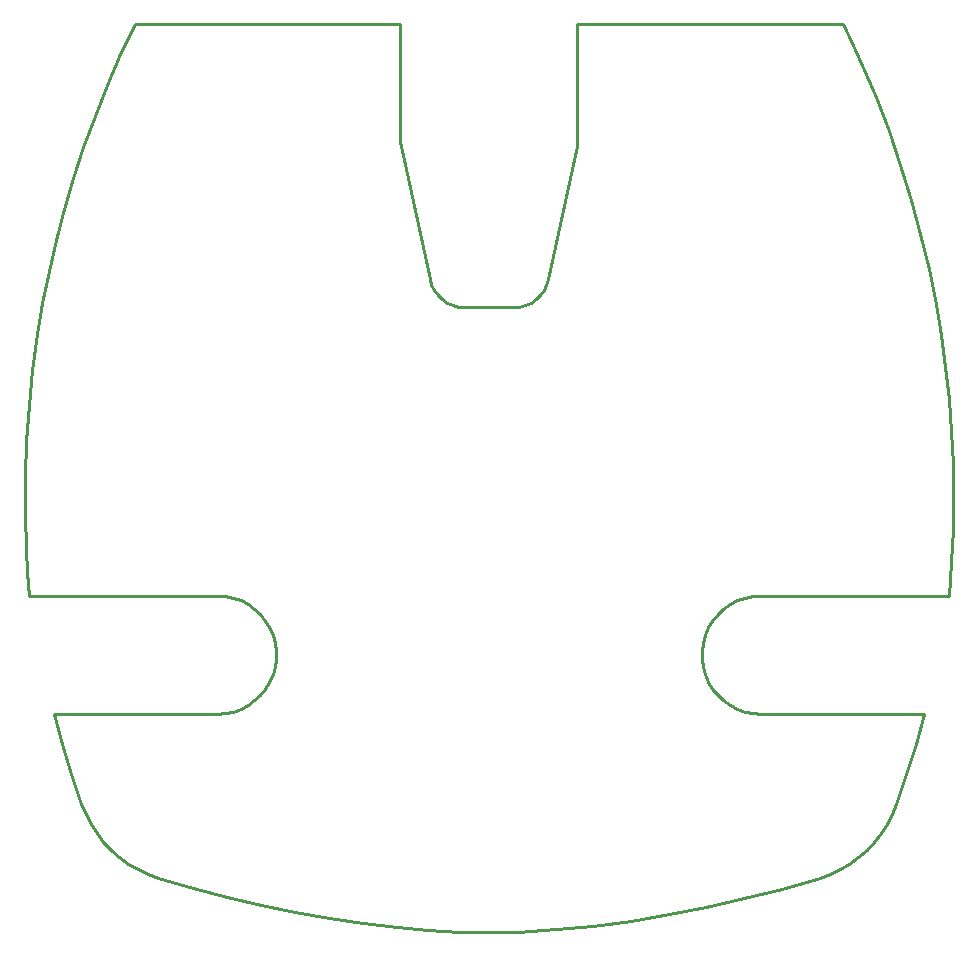
<source format=gm1>
G04*
G04 #@! TF.GenerationSoftware,Altium Limited,Altium Designer,24.4.1 (13)*
G04*
G04 Layer_Color=16711935*
%FSLAX25Y25*%
%MOIN*%
G70*
G04*
G04 #@! TF.SameCoordinates,5E7BF997-DF62-4104-9C69-471CFA1744A1*
G04*
G04*
G04 #@! TF.FilePolarity,Positive*
G04*
G01*
G75*
%ADD14C,0.01000*%
D14*
X62097Y37685D02*
X64482Y36449D01*
X72803Y26222D02*
X73527Y23635D01*
X9748Y188836D02*
X13485Y199126D01*
X17561Y209395D01*
X64482Y2811D02*
X66677Y4360D01*
X59565Y675D02*
X62097Y1575D01*
X-133Y-55D02*
X2657Y-10060D01*
X5728Y-20065D01*
X9081Y-30070D02*
X10456Y-33486D01*
X129288Y138059D02*
X130949Y136935D01*
X136714Y135433D02*
X153050D01*
X16399Y-42760D02*
X18928Y-45436D01*
X161922Y139447D02*
X163113Y141060D01*
X34647Y-54711D02*
X46136Y-58086D01*
X174344Y190558D02*
X174409Y191802D01*
X293817Y136530D02*
X295583Y126014D01*
X192219Y-69029D02*
X204765Y-66985D01*
X297029Y115439D02*
X298156Y104801D01*
X298963Y50442D02*
X299454Y61514D01*
X273365Y-42760D02*
X275632Y-39858D01*
X280683Y-30070D02*
X284036Y-20065D01*
X219427Y30982D02*
X221123Y33066D01*
X215870Y20973D02*
X216236Y23635D01*
X-9376Y90928D02*
X-8566Y102825D01*
X64482Y36449D02*
X66677Y34900D01*
X72803Y13038D02*
X73527Y15625D01*
X73893Y18286D01*
X54254Y-55D02*
X56935Y128D01*
X115420Y190558D02*
X115617Y189328D01*
X18928Y-45436D02*
X21696Y-47865D01*
X124675Y-72069D02*
X135039Y-72731D01*
X154725D01*
X288749Y159713D02*
X291481Y148151D01*
X298156Y104801D02*
X298963Y94095D01*
X287107Y-10060D02*
X289897Y-55D01*
X230199Y675D02*
X232829Y128D01*
X216236Y15625D02*
X216961Y13038D01*
X225282Y2811D02*
X227667Y1575D01*
X223087Y4360D02*
X225282Y2811D01*
X-9809Y66870D02*
X-9792Y78945D01*
X-9376Y90928D01*
X-8982Y47017D02*
X-8379Y39315D01*
X71732Y28686D02*
X72803Y26222D01*
X3275Y168171D02*
X6346Y178518D01*
X62097Y1575D02*
X64482Y2811D01*
X17561Y209395D02*
X22000Y219686D01*
X115617Y189328D02*
X125165Y144769D01*
X10456Y-33486D02*
X12145Y-36758D01*
X164014Y142852D02*
X164599Y144769D01*
X174409Y229921D02*
X174409Y191802D01*
X262992Y229921D02*
X266077Y223392D01*
X269027Y216840D01*
X242538Y-58388D02*
X255117Y-54711D01*
X235510Y39315D02*
X298142D01*
X218032Y28686D02*
X219427Y30982D01*
X235510Y-55D02*
X289897Y-55D01*
X215870Y18287D02*
Y20973D01*
X216961Y13038D02*
X218032Y10573D01*
X221123Y6194D02*
X223087Y4360D01*
X-9427Y54693D02*
X-8982Y47017D01*
X-3985Y136901D02*
X-1888Y147367D01*
X531Y157788D02*
X3275Y168171D01*
X73893Y18286D02*
Y20973D01*
X73527Y23635D02*
X73893Y20973D01*
X71732Y10573D02*
X72803Y13038D01*
X26772Y229921D02*
X115354D01*
X115354Y191802D02*
X115420Y190558D01*
X5728Y-20065D02*
X9081Y-30070D01*
X156988Y136109D02*
X158815Y136935D01*
X160476Y138059D02*
X161922Y139447D01*
X27850Y-51896D02*
X31183Y-53463D01*
X34647Y-54711D01*
X164599Y144769D02*
X174147Y189328D01*
X174344Y190558D01*
X46136Y-58086D02*
X57626Y-61120D01*
X114310Y-71131D02*
X124675Y-72069D01*
X282085Y182682D02*
X285618Y171221D01*
X154725Y-72731D02*
X167212Y-71899D01*
X229960Y-61657D02*
X242538Y-58388D01*
X268068Y-47865D02*
X270836Y-45436D01*
X230199Y38585D02*
X232829Y39132D01*
X219427Y8278D02*
X221123Y6194D01*
X68641Y33066D02*
X70336Y30982D01*
X6346Y178518D02*
X9748Y188836D01*
X70336Y8278D02*
X71732Y10573D01*
X66677Y4360D02*
X68641Y6194D01*
X56935Y128D02*
X59565Y675D01*
X125750Y142851D02*
X126651Y141060D01*
X14131Y-39858D02*
X16399Y-42760D01*
X132776Y136109D02*
X134716Y135603D01*
X153050Y135433D02*
X155048Y135603D01*
X69028Y-63797D02*
X80393Y-66133D01*
X91725Y-68131D01*
X103030Y-69796D01*
X167212Y-71899D02*
X179699Y-70667D01*
X217344Y-64529D02*
X229960Y-61657D01*
X299454Y61514D02*
X299615Y72457D01*
X221123Y33066D02*
X223087Y34900D01*
X227667Y1575D02*
X230199Y675D01*
X-8379Y39315D02*
X54254D01*
X56935Y39132D02*
X59565Y38585D01*
X-5762Y126387D02*
X-3985Y136901D01*
X66677Y34900D02*
X68641Y33066D01*
X-1888Y147367D02*
X531Y157788D01*
X115354Y229921D02*
X115354Y191802D01*
X125165Y144769D02*
X125750Y142851D01*
X130949Y136935D02*
X132776Y136109D01*
X12145Y-36758D02*
X14131Y-39858D01*
X134716Y135603D02*
X136714Y135433D01*
X24679Y-50025D02*
X27850Y-51896D01*
X57626Y-61120D02*
X69028Y-63797D01*
X273796Y205486D02*
X278146Y194102D01*
X291481Y148151D02*
X293817Y136530D01*
X298963Y94095D02*
X299450Y83315D01*
X299615Y72457D01*
X279308Y-33485D02*
X280683Y-30070D01*
X225282Y36449D02*
X227667Y37685D01*
X230199Y38585D01*
X216236Y23635D02*
X216961Y26222D01*
X215870Y18287D02*
X216236Y15625D01*
X-9809Y66870D02*
X-9427Y54693D01*
X54254Y39315D02*
X56935Y39132D01*
X59565Y38585D02*
X62097Y37685D01*
X70336Y30982D02*
X71732Y28686D01*
X22000Y219686D02*
X26772Y229921D01*
X-133Y-55D02*
X54254Y-55D01*
X126651Y141060D02*
X127842Y139447D01*
X174409Y229921D02*
X262992Y229921D01*
X269027Y216840D02*
X273796Y205486D01*
X103030Y-69796D02*
X114310Y-71131D01*
X179699Y-70667D02*
X192219Y-69029D01*
X204765Y-66985D02*
X217344Y-64529D01*
X255117Y-54711D02*
X258581Y-53463D01*
X261913Y-51896D01*
X298142Y39315D02*
X298963Y50442D01*
X275632Y-39858D02*
X277619Y-36758D01*
X232829Y39132D02*
X235510Y39315D01*
X277619Y-36758D02*
X279308Y-33485D01*
X284036Y-20065D02*
X287107Y-10060D01*
X-8566Y102825D02*
X-7361Y114642D01*
X-5762Y126387D01*
X68641Y6194D02*
X70336Y8278D01*
X127842Y139447D02*
X129288Y138059D01*
X155048Y135603D02*
X156988Y136109D01*
X21696Y-47865D02*
X24679Y-50025D01*
X158815Y136935D02*
X160476Y138059D01*
X163113Y141060D02*
X164014Y142852D01*
X278146Y194102D02*
X282085Y182682D01*
X285618Y171221D02*
X288749Y159713D01*
X295583Y126014D02*
X297029Y115439D01*
X261913Y-51896D02*
X265085Y-50025D01*
X268068Y-47865D01*
X270836Y-45436D02*
X273365Y-42760D01*
X223087Y34900D02*
X225282Y36449D01*
X216961Y26222D02*
X218032Y28686D01*
X232829Y128D02*
X235510Y-55D01*
X218032Y10573D02*
X219427Y8278D01*
M02*

</source>
